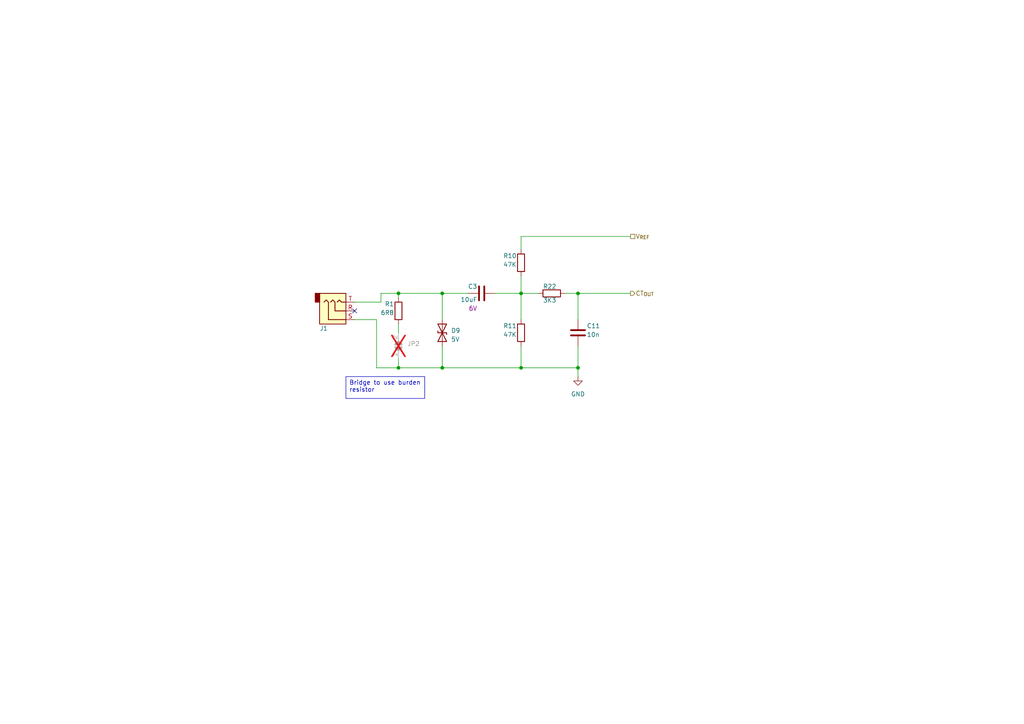
<source format=kicad_sch>
(kicad_sch (version 20250114) (generator "eeschema") (generator_version "9.0")
  (paper "A4")
  (title_block (title "emonPi3") (date "2024-03-21") (rev "v0.2") (company "OpenEnergyMonitor / Tilt Ltd (Angus Logan)") (comment 1 "Original design: Trystan Lea & Glynn Hudson") (comment 2 "Commit hash: gitrev"))
  (lib_symbols
    (symbol "Connector_Audio:AudioJack3"
      (property "Reference" "J" (at 0 8.89 0))
      (property "Value" "AudioJack3" (at 0 6.35 0))
      (symbol "AudioJack3_0_1"
        (rectangle (start -5.08 -5.08) (end -6.35 -2.54) (stroke (width 0.254)) (fill (type outline)))
        (polyline (pts (xy -1.905 -2.54) (xy -1.27 -3.175) (xy -0.635 -2.54) (xy -0.635 0) (xy 2.54 0)) (stroke (width 0.254)))
        (polyline (pts (xy 0 -2.54) (xy 0.635 -3.175) (xy 1.27 -2.54) (xy 2.54 -2.54)) (stroke (width 0.254)))
        (rectangle (start 2.54 3.81) (end -5.08 -5.08) (stroke (width 0.254)) (fill (type background)))
        (polyline (pts (xy 2.54 2.54) (xy -2.54 2.54) (xy -2.54 -2.54) (xy -3.175 -3.175) (xy -3.81 -2.54)) (stroke (width 0.254)))
      )
      (symbol "AudioJack3_1_1"
        (pin passive line (at 5.08 2.54 180) (length 2.54) (name "~") (number "S"))
        (pin passive line (at 5.08 0 180) (length 2.54) (name "~") (number "R"))
        (pin passive line (at 5.08 -2.54 180) (length 2.54) (name "~") (number "T"))
      )
    )
    (symbol "Device:C" (pin_numbers (hide yes)) (pin_names (offset 0.254))
      (property "Reference" "C" (at 0.635 2.54 0))
      (property "Value" "C" (at 0.635 -2.54 0))
      (symbol "C_0_1"
        (polyline (pts (xy -2.032 0.762) (xy 2.032 0.762)) (stroke (width 0.508)))
        (polyline (pts (xy -2.032 -0.762) (xy 2.032 -0.762)) (stroke (width 0.508)))
      )
      (symbol "C_1_1"
        (pin passive line (at 0 3.81 270) (length 2.794) (name "~") (number "1"))
        (pin passive line (at 0 -3.81 90) (length 2.794) (name "~") (number "2"))
      )
    )
    (symbol "Device:D_TVS" (pin_numbers (hide yes)) (pin_names (offset 1.016) (hide yes))
      (property "Reference" "D" (at 0 2.54 0))
      (property "Value" "D_TVS" (at 0 -2.54 0))
      (symbol "D_TVS_0_1"
        (polyline (pts (xy -2.54 1.27) (xy -2.54 -1.27) (xy 2.54 1.27) (xy 2.54 -1.27) (xy -2.54 1.27)) (stroke (width 0.254)))
        (polyline (pts (xy 0.508 1.27) (xy 0 1.27) (xy 0 -1.27) (xy -0.508 -1.27)) (stroke (width 0.254)))
        (polyline (pts (xy 1.27 0) (xy -1.27 0)))
      )
      (symbol "D_TVS_1_1"
        (pin passive line (at -3.81 0 0) (length 2.54) (name "A1") (number "1"))
        (pin passive line (at 3.81 0 180) (length 2.54) (name "A2") (number "2"))
      )
    )
    (symbol "Device:R" (pin_numbers (hide yes)) (pin_names (offset 0))
      (property "Reference" "R" (at 2.032 0 90))
      (property "Value" "R" (at 0 0 90))
      (symbol "R_0_1"
        (rectangle (start -1.016 -2.54) (end 1.016 2.54) (stroke (width 0.254)))
      )
      (symbol "R_1_1"
        (pin passive line (at 0 3.81 270) (length 1.27) (name "~") (number "1"))
        (pin passive line (at 0 -3.81 90) (length 1.27) (name "~") (number "2"))
      )
    )
    (symbol "Jumper:SolderJumper_2_Open" (pin_names (offset 0) (hide yes))
      (property "Reference" "JP" (at 0 2.032 0))
      (property "Value" "SolderJumper_2_Open" (at 0 -2.54 0))
      (symbol "SolderJumper_2_Open_0_1"
        (polyline (pts (xy -0.254 1.016) (xy -0.254 -1.016)))
        (arc (start -0.254 -1.016) (mid -1.2656 0) (end -0.254 1.016))
        (arc (start -0.254 -1.016) (mid -1.2656 0) (end -0.254 1.016) (fill (type outline)))
        (arc (start 0.254 1.016) (mid 1.2656 0) (end 0.254 -1.016))
        (arc (start 0.254 1.016) (mid 1.2656 0) (end 0.254 -1.016) (fill (type outline)))
        (polyline (pts (xy 0.254 1.016) (xy 0.254 -1.016)))
      )
      (symbol "SolderJumper_2_Open_1_1"
        (pin passive line (at -3.81 0 0) (length 2.54) (name "A") (number "1"))
        (pin passive line (at 3.81 0 180) (length 2.54) (name "B") (number "2"))
      )
    )
    (symbol "power:GND" (power) (pin_names (offset 0))
      (property "Value" "GND" (at 0 -3.81 0))
      (symbol "GND_0_1"
        (polyline (pts (xy 0 0) (xy 0 -1.27) (xy 1.27 -1.27) (xy 0 -2.54) (xy -1.27 -1.27) (xy 0 -1.27)))
      )
      (symbol "GND_1_1"
        (pin power_in line (at 0 0 270) (length 0) (hide yes) (name "GND") (number "1"))
      )
    )
  )
  (text_box "Bridge to use burden resistor" (at 100.33 109.22 0) (size 22.86 6.35) (margins 0.9525 0.9525 0.9525 0.9525) (effects (font (size 1.27 1.27)) (justify left top)))
  (junction (at 128.27 106.68))
  (junction (at 151.13 85.09))
  (junction (at 167.64 85.09))
  (junction (at 167.64 106.68))
  (junction (at 128.27 85.09))
  (junction (at 115.57 106.68))
  (junction (at 115.57 85.09))
  (junction (at 151.13 106.68))
  (no_connect (at 102.87 90.17))
  (wire (pts (xy 115.57 93.98) (xy 115.57 96.52)))
  (wire (pts (xy 151.13 68.58) (xy 151.13 72.39)))
  (wire (pts (xy 109.22 92.71) (xy 109.22 106.68)))
  (wire (pts (xy 167.64 106.68) (xy 167.64 109.22)))
  (wire (pts (xy 151.13 68.58) (xy 182.88 68.58)))
  (wire (pts (xy 109.22 106.68) (xy 115.57 106.68)) (stroke (width 0.1524)))
  (wire (pts (xy 163.83 85.09) (xy 167.64 85.09)))
  (wire (pts (xy 143.51 85.09) (xy 151.13 85.09)) (stroke (width 0.1524)))
  (wire (pts (xy 151.13 85.09) (xy 156.21 85.09)) (stroke (width 0.1524)))
  (wire (pts (xy 110.49 85.09) (xy 115.57 85.09)) (stroke (width 0.1524)))
  (wire (pts (xy 115.57 106.68) (xy 128.27 106.68)) (stroke (width 0.1524)))
  (wire (pts (xy 167.64 85.09) (xy 167.64 92.71)))
  (wire (pts (xy 102.87 87.63) (xy 110.49 87.63)))
  (wire (pts (xy 115.57 85.09) (xy 128.27 85.09)) (stroke (width 0.1524)))
  (wire (pts (xy 151.13 80.01) (xy 151.13 85.09)))
  (wire (pts (xy 167.64 85.09) (xy 182.88 85.09)))
  (wire (pts (xy 128.27 100.33) (xy 128.27 106.68)))
  (wire (pts (xy 167.64 100.33) (xy 167.64 106.68)))
  (wire (pts (xy 110.49 87.63) (xy 110.49 85.09)) (stroke (width 0.1524)))
  (wire (pts (xy 128.27 85.09) (xy 128.27 92.71)))
  (wire (pts (xy 151.13 100.33) (xy 151.13 106.68)))
  (wire (pts (xy 128.27 106.68) (xy 151.13 106.68)) (stroke (width 0.1524)))
  (wire (pts (xy 115.57 85.09) (xy 115.57 86.36)))
  (wire (pts (xy 151.13 85.09) (xy 151.13 92.71)))
  (wire (pts (xy 109.22 92.71) (xy 102.87 92.71)))
  (wire (pts (xy 151.13 106.68) (xy 167.64 106.68)))
  (wire (pts (xy 115.57 104.14) (xy 115.57 106.68)))
  (wire (pts (xy 128.27 85.09) (xy 135.89 85.09)) (stroke (width 0.1524)))
  (hierarchical_label "V_{REF}" (shape passive) (at 182.88 68.58 0))
  (hierarchical_label "CT_{OUT}" (shape output) (at 182.88 85.09 0))
  (symbol (lib_id "Connector_Audio:AudioJack3") (at 97.79 90.17 0) (mirror x) (unit 1)
    (property "Reference" "J1" (at 92.71 95.25 0) (effects (justify left)))
    (property "Value" "SJ-3524-SMT-TR" (effects (hide yes)))
    (property "Footprint" "Connector_Audio:Jack_3.5mm_CUI_SJ-3524-SMT_Horizontal" (effects (hide yes)))
    (property "LCSC" "C4991872" (effects (hide yes)))
    (instances (project "emonPi3" (path "" (reference "J1") (unit 1)) (path "" (reference "J2") (unit 1)) (path "" (reference "J4") (unit 1)) (path "" (reference "J5") (unit 1)) (path "" (reference "J3") (unit 1)) (path "" (reference "J6") (unit 1)) (path "" (reference "J1") (unit 1))) (project "6ct-expander" (path "" (reference "J4") (unit 1)) (path "" (reference "J3") (unit 1)) (path "" (reference "J1") (unit 1)) (path "" (reference "J6") (unit 1)) (path "" (reference "J5") (unit 1)) (path "" (reference "J2") (unit 1))))
  )
  (symbol (lib_id "Device:R") (at 160.02 85.09 270) (mirror x) (unit 1)
    (property "Reference" "R22" (at 157.48 83.82 90) (effects (justify left top)))
    (property "Value" "3K3" (at 157.48 86.36 90) (effects (justify left bottom)))
    (property "Footprint" "Resistor_SMD:R_0603_1608Metric" (effects (hide yes)))
    (property "LCSC" "C22978" (effects (hide yes)))
    (instances (project "emonPi3" (path "" (reference "R22") (unit 1)) (path "" (reference "R5") (unit 1)) (path "" (reference "R18") (unit 1)) (path "" (reference "R23") (unit 1)) (path "" (reference "R14") (unit 1)) (path "" (reference "R27") (unit 1)) (path "" (reference "R22") (unit 1))) (project "6ct-expander" (path "" (reference "R15") (unit 1)) (path "" (reference "R9") (unit 1)) (path "" (reference "R22") (unit 1)) (path "" (reference "R24") (unit 1)) (path "" (reference "R19") (unit 1)) (path "" (reference "R5") (unit 1))))
  )
  (symbol (lib_id "power:GND") (at 167.64 109.22 0) (unit 1)
    (property "Reference" "#PWR07" (effects (hide yes)))
    (property "Value" "GND" (at 167.64 114.3 0))
    (instances (project "emonPi3" (path "" (reference "#PWR07") (unit 1)) (path "" (reference "#PWR08") (unit 1)) (path "" (reference "#PWR010") (unit 1)) (path "" (reference "#PWR011") (unit 1)) (path "" (reference "#PWR09") (unit 1)) (path "" (reference "#PWR012") (unit 1)) (path "" (reference "#PWR07") (unit 1))) (project "6ct-expander" (path "" (reference "#PWR03") (unit 1)) (path "" (reference "#PWR02") (unit 1)) (path "" (reference "#PWR07") (unit 1)) (path "" (reference "#PWR05") (unit 1)) (path "" (reference "#PWR04") (unit 1)) (path "" (reference "#PWR01") (unit 1))))
  )
  (symbol (lib_id "Device:R") (at 115.57 90.17 0) (mirror y) (unit 1)
    (property "Reference" "R1" (at 114.3 88.9 0) (effects (justify left bottom)))
    (property "Value" "6R8" (at 114.3 91.44 0) (effects (justify left bottom)))
    (property "Footprint" "Resistor_SMD:R_1206_3216Metric" (effects (hide yes)))
    (property "LCSC" "C25345" (effects (hide yes)))
    (instances (project "emonPi3" (path "" (reference "R1") (unit 1)) (path "" (reference "R2") (unit 1)) (path "" (reference "R15") (unit 1)) (path "" (reference "R19") (unit 1)) (path "" (reference "R6") (unit 1)) (path "" (reference "R24") (unit 1)) (path "" (reference "R1") (unit 1))) (project "6ct-expander" (path "" (reference "R12") (unit 1)) (path "" (reference "R6") (unit 1)) (path "" (reference "R1") (unit 1)) (path "" (reference "R20") (unit 1)) (path "" (reference "R16") (unit 1)) (path "" (reference "R2") (unit 1))))
  )
  (symbol (lib_id "Device:D_TVS") (at 128.27 96.52 90) (unit 1)
    (property "Reference" "D9" (at 130.81 95.885 90) (effects (justify right)))
    (property "Value" "5V" (at 130.81 98.425 90) (effects (justify right)))
    (property "Footprint" "Diode_SMD:D_SOD-523" (effects (hide yes)))
    (property "Datasheet" "https://www.mouser.co.uk/datasheet/2/408/DF2B7AE_datasheet_en_20220907-1128333.pdf" (effects (hide yes)))
    (property "Manufacturer" "Toshiba" (effects (hide yes)))
    (property "MPN" "DF2B7AE,H3F" (effects (hide yes)))
    (property "Mouser" "757-DF2B7AEH3F" (effects (hide yes)))
    (property "LCSC" "C1973289" (effects (hide yes)))
    (instances (project "emonPi3" (path "" (reference "D9") (unit 1)) (path "" (reference "D2") (unit 1)) (path "" (reference "D4") (unit 1)) (path "" (reference "D5") (unit 1)) (path "" (reference "D3") (unit 1)) (path "" (reference "D6") (unit 1)) (path "" (reference "D1") (unit 1))) (project "6ct-expander" (path "" (reference "D3") (unit 1)) (path "" (reference "D2") (unit 1)) (path "" (reference "D9") (unit 1)) (path "" (reference "D5") (unit 1)) (path "" (reference "D4") (unit 1)) (path "" (reference "D1") (unit 1))))
  )
  (symbol (lib_id "Device:R") (at 151.13 76.2 0) (mirror y) (unit 1)
    (property "Reference" "R10" (at 149.86 74.93 0) (effects (justify left bottom)))
    (property "Value" "47K" (at 149.86 77.47 0) (effects (justify left bottom)))
    (property "Footprint" "Resistor_SMD:R_0603_1608Metric" (effects (hide yes)))
    (property "LCSC" "C23162" (effects (hide yes)))
    (instances (project "emonPi3" (path "" (reference "R10") (unit 1)) (path "" (reference "R3") (unit 1)) (path "" (reference "R16") (unit 1)) (path "" (reference "R20") (unit 1)) (path "" (reference "R12") (unit 1)) (path "" (reference "R25") (unit 1)) (path "" (reference "R10") (unit 1))) (project "6ct-expander" (path "" (reference "R13") (unit 1)) (path "" (reference "R7") (unit 1)) (path "" (reference "R10") (unit 1)) (path "" (reference "R21") (unit 1)) (path "" (reference "R17") (unit 1)) (path "" (reference "R3") (unit 1))))
  )
  (symbol (lib_id "Device:C") (at 167.64 96.52 0) (unit 1)
    (property "Reference" "C11" (at 170.18 95.25 0) (effects (justify left bottom)))
    (property "Value" "10n" (at 170.18 97.79 0) (effects (justify left bottom)))
    (property "Footprint" "Capacitor_SMD:C_0603_1608Metric" (effects (hide yes)))
    (property "LCSC" "C57112" (effects (hide yes)))
    (instances (project "emonPi3" (path "" (reference "C11") (unit 1)) (path "" (reference "C5") (unit 1)) (path "" (reference "C12") (unit 1)) (path "" (reference "C14") (unit 1)) (path "" (reference "C7") (unit 1)) (path "" (reference "C16") (unit 1)) (path "" (reference "C11") (unit 1))) (project "6ct-expander" (path "" (reference "C7") (unit 1)) (path "" (reference "C5") (unit 1)) (path "" (reference "C11") (unit 1)) (path "" (reference "C12") (unit 1)) (path "" (reference "C9") (unit 1)) (path "" (reference "C2") (unit 1))))
  )
  (symbol (lib_id "Jumper:SolderJumper_2_Open") (at 115.57 100.33 90) (unit 1) (dnp yes)
    (property "Reference" "JP1" (at 118.11 99.695 90) (effects (justify right)))
    (property "Value" "SolderJumper_2_Open" (effects (hide yes)))
    (property "Footprint" "Jumper:SolderJumper-2_P1.3mm_Open_TrianglePad1.0x1.5mm" (effects (hide yes)))
    (instances (project "emonPi3" (path "" (reference "JP2") (unit 1)) (path "" (reference "JP4") (unit 1)) (path "" (reference "JP5") (unit 1)) (path "" (reference "JP3") (unit 1)) (path "" (reference "JP6") (unit 1)) (path "" (reference "JP1") (unit 1))) (project "6ct-expander" (path "" (reference "JP4") (unit 1)) (path "" (reference "JP3") (unit 1)) (path "" (reference "JP1") (unit 1)) (path "" (reference "JP6") (unit 1)) (path "" (reference "JP5") (unit 1)) (path "" (reference "JP2") (unit 1))))
  )
  (symbol (lib_id "Device:R") (at 151.13 96.52 0) (mirror x) (unit 1)
    (property "Reference" "R11" (at 149.86 95.25 0) (effects (justify right top)))
    (property "Value" "47K" (at 149.86 97.79 0) (effects (justify right top)))
    (property "Footprint" "Resistor_SMD:R_0603_1608Metric" (effects (hide yes)))
    (property "LCSC" "C23162" (effects (hide yes)))
    (instances (project "emonPi3" (path "" (reference "R11") (unit 1)) (path "" (reference "R4") (unit 1)) (path "" (reference "R17") (unit 1)) (path "" (reference "R21") (unit 1)) (path "" (reference "R13") (unit 1)) (path "" (reference "R26") (unit 1)) (path "" (reference "R11") (unit 1))) (project "6ct-expander" (path "" (reference "R14") (unit 1)) (path "" (reference "R8") (unit 1)) (path "" (reference "R11") (unit 1)) (path "" (reference "R23") (unit 1)) (path "" (reference "R18") (unit 1)) (path "" (reference "R4") (unit 1))))
  )
  (symbol (lib_id "Device:C") (at 139.7 85.09 90) (unit 1)
    (property "Reference" "C3" (at 138.43 83.82 90) (effects (justify left top)))
    (property "Value" "10uF" (at 138.43 87.63 90) (effects (justify left top)))
    (property "Footprint" "Capacitor_SMD:C_0603_1608Metric" (effects (hide yes)))
    (property "Voltage" "6V" (at 138.43 90.17 90) (effects (justify left top)))
    (property "LCSC" "C19702" (effects (hide yes)))
    (instances (project "emonPi3" (path "" (reference "C3") (unit 1)) (path "" (reference "C4") (unit 1)) (path "" (reference "C8") (unit 1)) (path "" (reference "C13") (unit 1)) (path "" (reference "C6") (unit 1)) (path "" (reference "C15") (unit 1)) (path "" (reference "C3") (unit 1))) (project "6ct-expander" (path "" (reference "C6") (unit 1)) (path "" (reference "C4") (unit 1)) (path "" (reference "C3") (unit 1)) (path "" (reference "C10") (unit 1)) (path "" (reference "C8") (unit 1)) (path "" (reference "C1") (unit 1))))
  )
)
</source>
